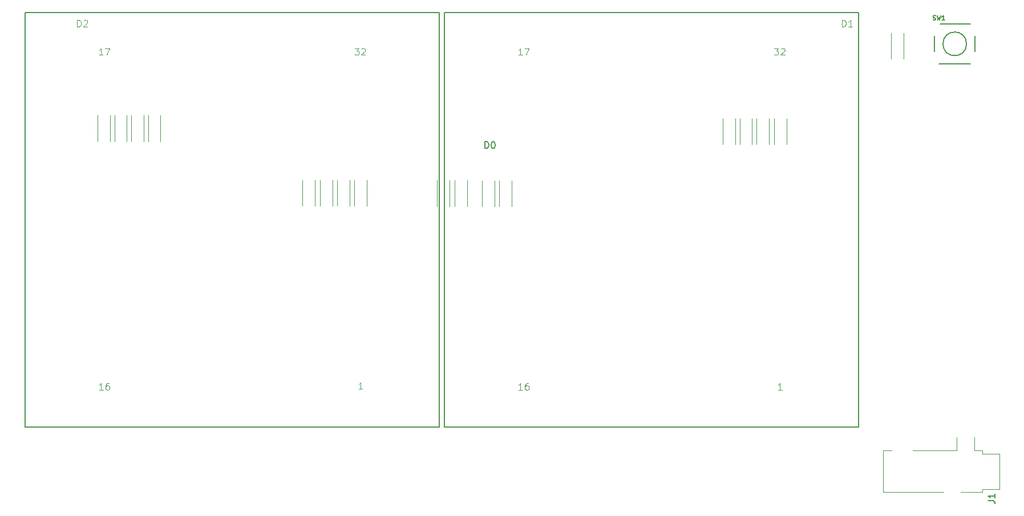
<source format=gbr>
%TF.GenerationSoftware,KiCad,Pcbnew,8.0.2*%
%TF.CreationDate,2024-05-10T09:20:42-04:00*%
%TF.ProjectId,Anastasiya Volgina - PCB Design,416e6173-7461-4736-9979-6120566f6c67,rev?*%
%TF.SameCoordinates,Original*%
%TF.FileFunction,Legend,Top*%
%TF.FilePolarity,Positive*%
%FSLAX46Y46*%
G04 Gerber Fmt 4.6, Leading zero omitted, Abs format (unit mm)*
G04 Created by KiCad (PCBNEW 8.0.2) date 2024-05-10 09:20:42*
%MOMM*%
%LPD*%
G01*
G04 APERTURE LIST*
%ADD10C,0.150000*%
%ADD11C,0.100000*%
%ADD12C,0.120000*%
%ADD13C,0.127000*%
G04 APERTURE END LIST*
D10*
X261454819Y-162833333D02*
X262169104Y-162833333D01*
X262169104Y-162833333D02*
X262311961Y-162880952D01*
X262311961Y-162880952D02*
X262407200Y-162976190D01*
X262407200Y-162976190D02*
X262454819Y-163119047D01*
X262454819Y-163119047D02*
X262454819Y-163214285D01*
X262454819Y-161833333D02*
X262454819Y-162404761D01*
X262454819Y-162119047D02*
X261454819Y-162119047D01*
X261454819Y-162119047D02*
X261597676Y-162214285D01*
X261597676Y-162214285D02*
X261692914Y-162309523D01*
X261692914Y-162309523D02*
X261740533Y-162404761D01*
D11*
X126261905Y-92457419D02*
X126261905Y-91457419D01*
X126261905Y-91457419D02*
X126500000Y-91457419D01*
X126500000Y-91457419D02*
X126642857Y-91505038D01*
X126642857Y-91505038D02*
X126738095Y-91600276D01*
X126738095Y-91600276D02*
X126785714Y-91695514D01*
X126785714Y-91695514D02*
X126833333Y-91885990D01*
X126833333Y-91885990D02*
X126833333Y-92028847D01*
X126833333Y-92028847D02*
X126785714Y-92219323D01*
X126785714Y-92219323D02*
X126738095Y-92314561D01*
X126738095Y-92314561D02*
X126642857Y-92409800D01*
X126642857Y-92409800D02*
X126500000Y-92457419D01*
X126500000Y-92457419D02*
X126261905Y-92457419D01*
X127214286Y-91552657D02*
X127261905Y-91505038D01*
X127261905Y-91505038D02*
X127357143Y-91457419D01*
X127357143Y-91457419D02*
X127595238Y-91457419D01*
X127595238Y-91457419D02*
X127690476Y-91505038D01*
X127690476Y-91505038D02*
X127738095Y-91552657D01*
X127738095Y-91552657D02*
X127785714Y-91647895D01*
X127785714Y-91647895D02*
X127785714Y-91743133D01*
X127785714Y-91743133D02*
X127738095Y-91885990D01*
X127738095Y-91885990D02*
X127166667Y-92457419D01*
X127166667Y-92457419D02*
X127785714Y-92457419D01*
X168587693Y-146261962D02*
X168016265Y-146261962D01*
X168301979Y-146261962D02*
X168301979Y-145261962D01*
X168301979Y-145261962D02*
X168206741Y-145404819D01*
X168206741Y-145404819D02*
X168111503Y-145500057D01*
X168111503Y-145500057D02*
X168016265Y-145547676D01*
X130072730Y-96651962D02*
X129501302Y-96651962D01*
X129787016Y-96651962D02*
X129787016Y-95651962D01*
X129787016Y-95651962D02*
X129691778Y-95794819D01*
X129691778Y-95794819D02*
X129596540Y-95890057D01*
X129596540Y-95890057D02*
X129501302Y-95937676D01*
X130406064Y-95651962D02*
X131072730Y-95651962D01*
X131072730Y-95651962D02*
X130644159Y-96651962D01*
X130087693Y-146372419D02*
X129516265Y-146372419D01*
X129801979Y-146372419D02*
X129801979Y-145372419D01*
X129801979Y-145372419D02*
X129706741Y-145515276D01*
X129706741Y-145515276D02*
X129611503Y-145610514D01*
X129611503Y-145610514D02*
X129516265Y-145658133D01*
X130944836Y-145372419D02*
X130754360Y-145372419D01*
X130754360Y-145372419D02*
X130659122Y-145420038D01*
X130659122Y-145420038D02*
X130611503Y-145467657D01*
X130611503Y-145467657D02*
X130516265Y-145610514D01*
X130516265Y-145610514D02*
X130468646Y-145800990D01*
X130468646Y-145800990D02*
X130468646Y-146181942D01*
X130468646Y-146181942D02*
X130516265Y-146277180D01*
X130516265Y-146277180D02*
X130563884Y-146324800D01*
X130563884Y-146324800D02*
X130659122Y-146372419D01*
X130659122Y-146372419D02*
X130849598Y-146372419D01*
X130849598Y-146372419D02*
X130944836Y-146324800D01*
X130944836Y-146324800D02*
X130992455Y-146277180D01*
X130992455Y-146277180D02*
X131040074Y-146181942D01*
X131040074Y-146181942D02*
X131040074Y-145943847D01*
X131040074Y-145943847D02*
X130992455Y-145848609D01*
X130992455Y-145848609D02*
X130944836Y-145800990D01*
X130944836Y-145800990D02*
X130849598Y-145753371D01*
X130849598Y-145753371D02*
X130659122Y-145753371D01*
X130659122Y-145753371D02*
X130563884Y-145800990D01*
X130563884Y-145800990D02*
X130516265Y-145848609D01*
X130516265Y-145848609D02*
X130468646Y-145943847D01*
X167453683Y-95651962D02*
X168072730Y-95651962D01*
X168072730Y-95651962D02*
X167739397Y-96032914D01*
X167739397Y-96032914D02*
X167882254Y-96032914D01*
X167882254Y-96032914D02*
X167977492Y-96080533D01*
X167977492Y-96080533D02*
X168025111Y-96128152D01*
X168025111Y-96128152D02*
X168072730Y-96223390D01*
X168072730Y-96223390D02*
X168072730Y-96461485D01*
X168072730Y-96461485D02*
X168025111Y-96556723D01*
X168025111Y-96556723D02*
X167977492Y-96604343D01*
X167977492Y-96604343D02*
X167882254Y-96651962D01*
X167882254Y-96651962D02*
X167596540Y-96651962D01*
X167596540Y-96651962D02*
X167501302Y-96604343D01*
X167501302Y-96604343D02*
X167453683Y-96556723D01*
X168453683Y-95747200D02*
X168501302Y-95699581D01*
X168501302Y-95699581D02*
X168596540Y-95651962D01*
X168596540Y-95651962D02*
X168834635Y-95651962D01*
X168834635Y-95651962D02*
X168929873Y-95699581D01*
X168929873Y-95699581D02*
X168977492Y-95747200D01*
X168977492Y-95747200D02*
X169025111Y-95842438D01*
X169025111Y-95842438D02*
X169025111Y-95937676D01*
X169025111Y-95937676D02*
X168977492Y-96080533D01*
X168977492Y-96080533D02*
X168406064Y-96651962D01*
X168406064Y-96651962D02*
X169025111Y-96651962D01*
D10*
X253296443Y-91409519D02*
X253386535Y-91439549D01*
X253386535Y-91439549D02*
X253536688Y-91439549D01*
X253536688Y-91439549D02*
X253596749Y-91409519D01*
X253596749Y-91409519D02*
X253626780Y-91379488D01*
X253626780Y-91379488D02*
X253656810Y-91319427D01*
X253656810Y-91319427D02*
X253656810Y-91259365D01*
X253656810Y-91259365D02*
X253626780Y-91199304D01*
X253626780Y-91199304D02*
X253596749Y-91169274D01*
X253596749Y-91169274D02*
X253536688Y-91139243D01*
X253536688Y-91139243D02*
X253416565Y-91109212D01*
X253416565Y-91109212D02*
X253356504Y-91079182D01*
X253356504Y-91079182D02*
X253326474Y-91049151D01*
X253326474Y-91049151D02*
X253296443Y-90989090D01*
X253296443Y-90989090D02*
X253296443Y-90929029D01*
X253296443Y-90929029D02*
X253326474Y-90868967D01*
X253326474Y-90868967D02*
X253356504Y-90838937D01*
X253356504Y-90838937D02*
X253416565Y-90808906D01*
X253416565Y-90808906D02*
X253566719Y-90808906D01*
X253566719Y-90808906D02*
X253656810Y-90838937D01*
X253867024Y-90808906D02*
X254017177Y-91439549D01*
X254017177Y-91439549D02*
X254137300Y-90989090D01*
X254137300Y-90989090D02*
X254257422Y-91439549D01*
X254257422Y-91439549D02*
X254407576Y-90808906D01*
X254978157Y-91439549D02*
X254617790Y-91439549D01*
X254797974Y-91439549D02*
X254797974Y-90808906D01*
X254797974Y-90808906D02*
X254737912Y-90898998D01*
X254737912Y-90898998D02*
X254677851Y-90959059D01*
X254677851Y-90959059D02*
X254617790Y-90989090D01*
D11*
X239761905Y-92457419D02*
X239761905Y-91457419D01*
X239761905Y-91457419D02*
X240000000Y-91457419D01*
X240000000Y-91457419D02*
X240142857Y-91505038D01*
X240142857Y-91505038D02*
X240238095Y-91600276D01*
X240238095Y-91600276D02*
X240285714Y-91695514D01*
X240285714Y-91695514D02*
X240333333Y-91885990D01*
X240333333Y-91885990D02*
X240333333Y-92028847D01*
X240333333Y-92028847D02*
X240285714Y-92219323D01*
X240285714Y-92219323D02*
X240238095Y-92314561D01*
X240238095Y-92314561D02*
X240142857Y-92409800D01*
X240142857Y-92409800D02*
X240000000Y-92457419D01*
X240000000Y-92457419D02*
X239761905Y-92457419D01*
X241285714Y-92457419D02*
X240714286Y-92457419D01*
X241000000Y-92457419D02*
X241000000Y-91457419D01*
X241000000Y-91457419D02*
X240904762Y-91600276D01*
X240904762Y-91600276D02*
X240809524Y-91695514D01*
X240809524Y-91695514D02*
X240714286Y-91743133D01*
X192327693Y-96651962D02*
X191756265Y-96651962D01*
X192041979Y-96651962D02*
X192041979Y-95651962D01*
X192041979Y-95651962D02*
X191946741Y-95794819D01*
X191946741Y-95794819D02*
X191851503Y-95890057D01*
X191851503Y-95890057D02*
X191756265Y-95937676D01*
X192661027Y-95651962D02*
X193327693Y-95651962D01*
X193327693Y-95651962D02*
X192899122Y-96651962D01*
X230842656Y-146372419D02*
X230271228Y-146372419D01*
X230556942Y-146372419D02*
X230556942Y-145372419D01*
X230556942Y-145372419D02*
X230461704Y-145515276D01*
X230461704Y-145515276D02*
X230366466Y-145610514D01*
X230366466Y-145610514D02*
X230271228Y-145658133D01*
X229708646Y-95651962D02*
X230327693Y-95651962D01*
X230327693Y-95651962D02*
X229994360Y-96032914D01*
X229994360Y-96032914D02*
X230137217Y-96032914D01*
X230137217Y-96032914D02*
X230232455Y-96080533D01*
X230232455Y-96080533D02*
X230280074Y-96128152D01*
X230280074Y-96128152D02*
X230327693Y-96223390D01*
X230327693Y-96223390D02*
X230327693Y-96461485D01*
X230327693Y-96461485D02*
X230280074Y-96556723D01*
X230280074Y-96556723D02*
X230232455Y-96604343D01*
X230232455Y-96604343D02*
X230137217Y-96651962D01*
X230137217Y-96651962D02*
X229851503Y-96651962D01*
X229851503Y-96651962D02*
X229756265Y-96604343D01*
X229756265Y-96604343D02*
X229708646Y-96556723D01*
X230708646Y-95747200D02*
X230756265Y-95699581D01*
X230756265Y-95699581D02*
X230851503Y-95651962D01*
X230851503Y-95651962D02*
X231089598Y-95651962D01*
X231089598Y-95651962D02*
X231184836Y-95699581D01*
X231184836Y-95699581D02*
X231232455Y-95747200D01*
X231232455Y-95747200D02*
X231280074Y-95842438D01*
X231280074Y-95842438D02*
X231280074Y-95937676D01*
X231280074Y-95937676D02*
X231232455Y-96080533D01*
X231232455Y-96080533D02*
X230661027Y-96651962D01*
X230661027Y-96651962D02*
X231280074Y-96651962D01*
X192342656Y-146372419D02*
X191771228Y-146372419D01*
X192056942Y-146372419D02*
X192056942Y-145372419D01*
X192056942Y-145372419D02*
X191961704Y-145515276D01*
X191961704Y-145515276D02*
X191866466Y-145610514D01*
X191866466Y-145610514D02*
X191771228Y-145658133D01*
X193199799Y-145372419D02*
X193009323Y-145372419D01*
X193009323Y-145372419D02*
X192914085Y-145420038D01*
X192914085Y-145420038D02*
X192866466Y-145467657D01*
X192866466Y-145467657D02*
X192771228Y-145610514D01*
X192771228Y-145610514D02*
X192723609Y-145800990D01*
X192723609Y-145800990D02*
X192723609Y-146181942D01*
X192723609Y-146181942D02*
X192771228Y-146277180D01*
X192771228Y-146277180D02*
X192818847Y-146324800D01*
X192818847Y-146324800D02*
X192914085Y-146372419D01*
X192914085Y-146372419D02*
X193104561Y-146372419D01*
X193104561Y-146372419D02*
X193199799Y-146324800D01*
X193199799Y-146324800D02*
X193247418Y-146277180D01*
X193247418Y-146277180D02*
X193295037Y-146181942D01*
X193295037Y-146181942D02*
X193295037Y-145943847D01*
X193295037Y-145943847D02*
X193247418Y-145848609D01*
X193247418Y-145848609D02*
X193199799Y-145800990D01*
X193199799Y-145800990D02*
X193104561Y-145753371D01*
X193104561Y-145753371D02*
X192914085Y-145753371D01*
X192914085Y-145753371D02*
X192818847Y-145800990D01*
X192818847Y-145800990D02*
X192771228Y-145848609D01*
X192771228Y-145848609D02*
X192723609Y-145943847D01*
D10*
X186761905Y-110519819D02*
X186761905Y-109519819D01*
X186761905Y-109519819D02*
X187000000Y-109519819D01*
X187000000Y-109519819D02*
X187142857Y-109567438D01*
X187142857Y-109567438D02*
X187238095Y-109662676D01*
X187238095Y-109662676D02*
X187285714Y-109757914D01*
X187285714Y-109757914D02*
X187333333Y-109948390D01*
X187333333Y-109948390D02*
X187333333Y-110091247D01*
X187333333Y-110091247D02*
X187285714Y-110281723D01*
X187285714Y-110281723D02*
X187238095Y-110376961D01*
X187238095Y-110376961D02*
X187142857Y-110472200D01*
X187142857Y-110472200D02*
X187000000Y-110519819D01*
X187000000Y-110519819D02*
X186761905Y-110519819D01*
X187952381Y-109519819D02*
X188047619Y-109519819D01*
X188047619Y-109519819D02*
X188142857Y-109567438D01*
X188142857Y-109567438D02*
X188190476Y-109615057D01*
X188190476Y-109615057D02*
X188238095Y-109710295D01*
X188238095Y-109710295D02*
X188285714Y-109900771D01*
X188285714Y-109900771D02*
X188285714Y-110138866D01*
X188285714Y-110138866D02*
X188238095Y-110329342D01*
X188238095Y-110329342D02*
X188190476Y-110424580D01*
X188190476Y-110424580D02*
X188142857Y-110472200D01*
X188142857Y-110472200D02*
X188047619Y-110519819D01*
X188047619Y-110519819D02*
X187952381Y-110519819D01*
X187952381Y-110519819D02*
X187857143Y-110472200D01*
X187857143Y-110472200D02*
X187809524Y-110424580D01*
X187809524Y-110424580D02*
X187761905Y-110329342D01*
X187761905Y-110329342D02*
X187714286Y-110138866D01*
X187714286Y-110138866D02*
X187714286Y-109900771D01*
X187714286Y-109900771D02*
X187761905Y-109710295D01*
X187761905Y-109710295D02*
X187809524Y-109615057D01*
X187809524Y-109615057D02*
X187857143Y-109567438D01*
X187857143Y-109567438D02*
X187952381Y-109519819D01*
D12*
%TO.C,R6*%
X224580000Y-106080000D02*
X224580000Y-109920000D01*
X226420000Y-106080000D02*
X226420000Y-109920000D01*
%TO.C,R17*%
X247080000Y-93380000D02*
X247080000Y-97220000D01*
X248920000Y-93380000D02*
X248920000Y-97220000D01*
%TO.C,R15*%
X164880000Y-115240000D02*
X164880000Y-119080000D01*
X166720000Y-115240000D02*
X166720000Y-119080000D01*
%TO.C,J1*%
X245900000Y-155400000D02*
X247100000Y-155400000D01*
X245900000Y-161600000D02*
X245900000Y-155400000D01*
X250300000Y-155400000D02*
X256800000Y-155400000D01*
X254800000Y-161600000D02*
X245900000Y-161600000D01*
X256800000Y-155400000D02*
X256800000Y-153400000D01*
X259400000Y-155400000D02*
X259400000Y-153400000D01*
X259400000Y-155400000D02*
X260600000Y-155400000D01*
X260600000Y-155400000D02*
X260600000Y-155900000D01*
X260600000Y-155900000D02*
X263100000Y-155900000D01*
X260600000Y-161100000D02*
X260600000Y-161600000D01*
X260600000Y-161600000D02*
X257400000Y-161600000D01*
X263100000Y-155900000D02*
X263100000Y-161100000D01*
X263100000Y-161100000D02*
X260600000Y-161100000D01*
%TO.C,R9*%
X129280000Y-105620000D02*
X129280000Y-109460000D01*
X131120000Y-105620000D02*
X131120000Y-109460000D01*
%TO.C,R11*%
X134280000Y-105620000D02*
X134280000Y-109460000D01*
X136120000Y-105620000D02*
X136120000Y-109460000D01*
%TO.C,R8*%
X229680000Y-106080000D02*
X229680000Y-109920000D01*
X231520000Y-106080000D02*
X231520000Y-109920000D01*
%TO.C,R1*%
X179680000Y-119120000D02*
X179680000Y-115280000D01*
X181520000Y-119120000D02*
X181520000Y-115280000D01*
%TO.C,R3*%
X186380000Y-119160000D02*
X186380000Y-115320000D01*
X188220000Y-119160000D02*
X188220000Y-115320000D01*
%TO.C,D2*%
D10*
X118495037Y-90389543D02*
X179995037Y-90389543D01*
X179995037Y-151889543D01*
X118495037Y-151889543D01*
X118495037Y-90389543D01*
D12*
%TO.C,R12*%
X136780000Y-105620000D02*
X136780000Y-109460000D01*
X138620000Y-105620000D02*
X138620000Y-109460000D01*
%TO.C,R13*%
X159680000Y-115240000D02*
X159680000Y-119080000D01*
X161520000Y-115240000D02*
X161520000Y-119080000D01*
%TO.C,R2*%
X182280000Y-119120000D02*
X182280000Y-115280000D01*
X184120000Y-119120000D02*
X184120000Y-115280000D01*
%TO.C,R5*%
X222080000Y-106080000D02*
X222080000Y-109920000D01*
X223920000Y-106080000D02*
X223920000Y-109920000D01*
%TO.C,R14*%
X162280000Y-115240000D02*
X162280000Y-119080000D01*
X164120000Y-115240000D02*
X164120000Y-119080000D01*
%TO.C,R4*%
X188880000Y-119160000D02*
X188880000Y-115320000D01*
X190720000Y-119160000D02*
X190720000Y-115320000D01*
D13*
%TO.C,SW1*%
X253505000Y-93850000D02*
X253505000Y-96150000D01*
X254300000Y-92005000D02*
X258800000Y-92005000D01*
X258800000Y-97995000D02*
X254200000Y-97995000D01*
X259500000Y-93850000D02*
X259500000Y-96150000D01*
X258255000Y-95000000D02*
G75*
G02*
X254745000Y-95000000I-1755000J0D01*
G01*
X254745000Y-95000000D02*
G75*
G02*
X258255000Y-95000000I1755000J0D01*
G01*
D12*
%TO.C,R10*%
X131780000Y-105620000D02*
X131780000Y-109460000D01*
X133620000Y-105620000D02*
X133620000Y-109460000D01*
%TO.C,R16*%
X167380000Y-115240000D02*
X167380000Y-119080000D01*
X169220000Y-115240000D02*
X169220000Y-119080000D01*
%TO.C,R7*%
X227080000Y-106080000D02*
X227080000Y-109920000D01*
X228920000Y-106080000D02*
X228920000Y-109920000D01*
%TO.C,D1*%
D10*
X180750000Y-90389543D02*
X242250000Y-90389543D01*
X242250000Y-151889543D01*
X180750000Y-151889543D01*
X180750000Y-90389543D01*
%TD*%
M02*

</source>
